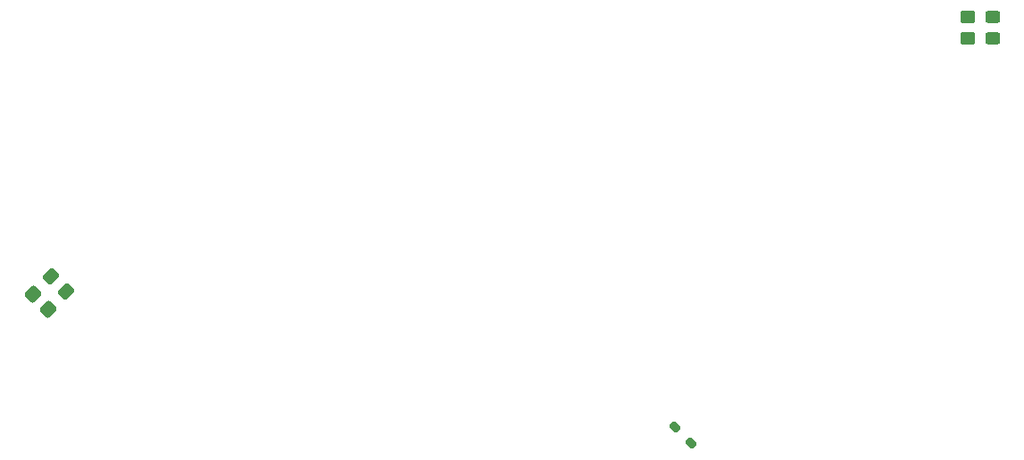
<source format=gbr>
%TF.GenerationSoftware,KiCad,Pcbnew,7.0.11*%
%TF.CreationDate,2024-03-19T12:02:45+00:00*%
%TF.ProjectId,LHS Breakbeat,4c485320-4272-4656-916b-626561742e6b,Vol 1*%
%TF.SameCoordinates,Original*%
%TF.FileFunction,Paste,Top*%
%TF.FilePolarity,Positive*%
%FSLAX46Y46*%
G04 Gerber Fmt 4.6, Leading zero omitted, Abs format (unit mm)*
G04 Created by KiCad (PCBNEW 7.0.11) date 2024-03-19 12:02:45*
%MOMM*%
%LPD*%
G01*
G04 APERTURE LIST*
G04 Aperture macros list*
%AMRoundRect*
0 Rectangle with rounded corners*
0 $1 Rounding radius*
0 $2 $3 $4 $5 $6 $7 $8 $9 X,Y pos of 4 corners*
0 Add a 4 corners polygon primitive as box body*
4,1,4,$2,$3,$4,$5,$6,$7,$8,$9,$2,$3,0*
0 Add four circle primitives for the rounded corners*
1,1,$1+$1,$2,$3*
1,1,$1+$1,$4,$5*
1,1,$1+$1,$6,$7*
1,1,$1+$1,$8,$9*
0 Add four rect primitives between the rounded corners*
20,1,$1+$1,$2,$3,$4,$5,0*
20,1,$1+$1,$4,$5,$6,$7,0*
20,1,$1+$1,$6,$7,$8,$9,0*
20,1,$1+$1,$8,$9,$2,$3,0*%
G04 Aperture macros list end*
%ADD10RoundRect,0.250000X0.548008X0.088388X0.088388X0.548008X-0.548008X-0.088388X-0.088388X-0.548008X0*%
%ADD11RoundRect,0.250000X0.450000X-0.325000X0.450000X0.325000X-0.450000X0.325000X-0.450000X-0.325000X0*%
%ADD12RoundRect,0.250000X0.450000X-0.350000X0.450000X0.350000X-0.450000X0.350000X-0.450000X-0.350000X0*%
%ADD13RoundRect,0.200000X-0.353553X0.070711X0.070711X-0.353553X0.353553X-0.070711X-0.070711X0.353553X0*%
%ADD14RoundRect,0.250000X0.565685X0.070711X0.070711X0.565685X-0.565685X-0.070711X-0.070711X-0.565685X0*%
G04 APERTURE END LIST*
D10*
%TO.C,D2*%
X102600000Y-95400000D03*
X101150432Y-93950432D03*
%TD*%
D11*
%TO.C,D1*%
X190500000Y-71400000D03*
X190500000Y-69350000D03*
%TD*%
D12*
%TO.C,R1*%
X188100000Y-71375000D03*
X188100000Y-69375000D03*
%TD*%
D13*
%TO.C,D3*%
X160362527Y-108273038D03*
X161918161Y-109828672D03*
%TD*%
D14*
%TO.C,R2*%
X100907107Y-97100000D03*
X99492893Y-95685786D03*
%TD*%
M02*

</source>
